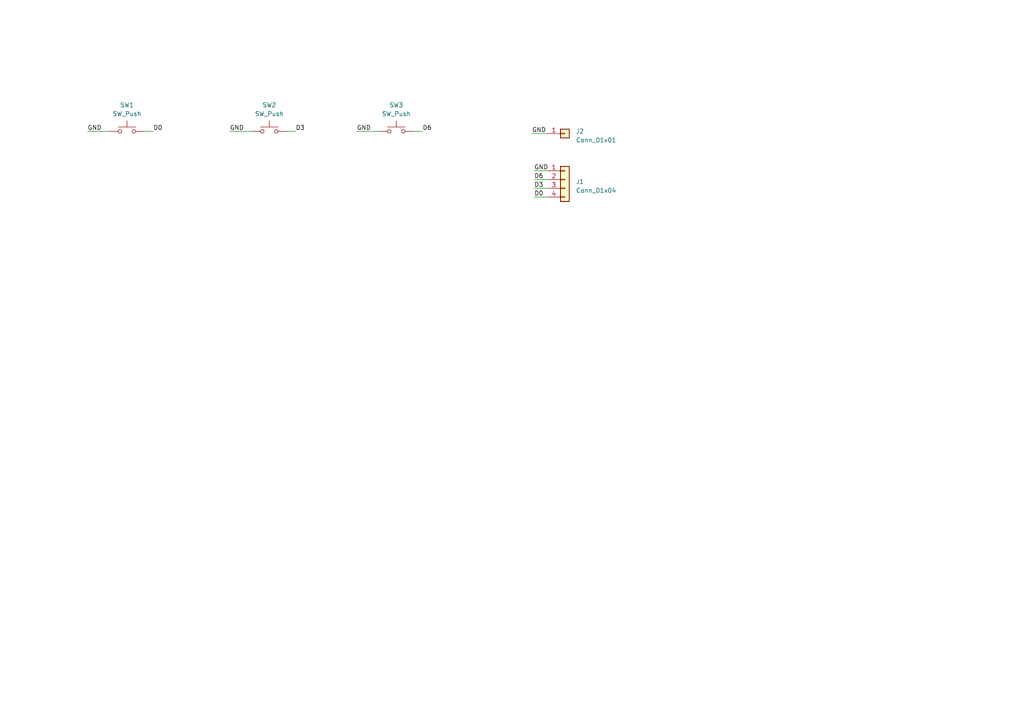
<source format=kicad_sch>
(kicad_sch (version 20230121) (generator eeschema)
  (paper "A4")
  (lib_symbols
    (symbol "Connector_Generic:Conn_01x01" (pin_names (offset 1.016) hide)
      (property "Reference" "J" (at 0 2.54 0))
      (property "Value" "Conn_01x01" (at 0 -2.54 0))
      (symbol "Conn_01x01_1_1"
        (rectangle (start -1.27 0.127) (end 0 -0.127) (stroke (width 0.1524)))
        (rectangle (start -1.27 1.27) (end 1.27 -1.27) (stroke (width 0.254)) (fill (type background)))
        (pin passive line (at -5.08 0 0) (length 3.81) (name "Pin_1") (number "1"))
      )
    )
    (symbol "Connector_Generic:Conn_01x04" (pin_names (offset 1.016) hide)
      (property "Reference" "J" (at 0 5.08 0))
      (property "Value" "Conn_01x04" (at 0 -7.62 0))
      (symbol "Conn_01x04_1_1"
        (rectangle (start -1.27 -4.953) (end 0 -5.207) (stroke (width 0.1524)))
        (rectangle (start -1.27 -2.413) (end 0 -2.667) (stroke (width 0.1524)))
        (rectangle (start -1.27 0.127) (end 0 -0.127) (stroke (width 0.1524)))
        (rectangle (start -1.27 2.667) (end 0 2.413) (stroke (width 0.1524)))
        (rectangle (start -1.27 3.81) (end 1.27 -6.35) (stroke (width 0.254)) (fill (type background)))
        (pin passive line (at -5.08 2.54 0) (length 3.81) (name "Pin_1") (number "1"))
        (pin passive line (at -5.08 0 0) (length 3.81) (name "Pin_2") (number "2"))
        (pin passive line (at -5.08 -2.54 0) (length 3.81) (name "Pin_3") (number "3"))
        (pin passive line (at -5.08 -5.08 0) (length 3.81) (name "Pin_4") (number "4"))
      )
    )
    (symbol "Switch:SW_Push" (pin_numbers hide) (pin_names (offset 1.016) hide)
      (property "Reference" "SW" (at 1.27 2.54 0))
      (property "Value" "SW_Push" (at 0 -1.524 0))
      (symbol "SW_Push_0_1"
        (circle (center -2.032 0) (radius 0.508))
        (polyline (pts (xy 0 1.27) (xy 0 3.048)))
        (polyline (pts (xy 2.54 1.27) (xy -2.54 1.27)))
        (circle (center 2.032 0) (radius 0.508))
        (pin passive line (at -5.08 0 0) (length 2.54) (name "1") (number "1"))
        (pin passive line (at 5.08 0 180) (length 2.54) (name "2") (number "2"))
      )
    )
  )
  (wire (pts (xy 154.94 54.61) (xy 158.75 54.61)))
  (wire (pts (xy 122.555 38.1) (xy 120.015 38.1)))
  (wire (pts (xy 154.94 57.15) (xy 158.75 57.15)))
  (wire (pts (xy 44.45 38.1) (xy 41.91 38.1)))
  (wire (pts (xy 103.505 38.1) (xy 109.855 38.1)))
  (wire (pts (xy 25.4 38.1) (xy 31.75 38.1)))
  (wire (pts (xy 66.675 38.1) (xy 73.025 38.1)))
  (wire (pts (xy 154.94 49.53) (xy 158.75 49.53)))
  (wire (pts (xy 154.305 38.735) (xy 158.75 38.735)))
  (wire (pts (xy 85.725 38.1) (xy 83.185 38.1)))
  (wire (pts (xy 154.94 52.07) (xy 158.75 52.07)))
  (label "D0" (at 154.94 57.15 0))
  (label "D0" (at 44.45 38.1 0))
  (label "GND" (at 154.94 49.53 0))
  (label "GND" (at 154.305 38.735 0))
  (label "GND" (at 66.675 38.1 0))
  (label "GND" (at 103.505 38.1 0))
  (label "D6" (at 122.555 38.1 0))
  (label "D3" (at 154.94 54.61 0))
  (label "D3" (at 85.725 38.1 0))
  (label "GND" (at 25.4 38.1 0))
  (label "D6" (at 154.94 52.07 0))
  (symbol (lib_id "Switch:SW_Push") (at 78.105 38.1 0) (unit 1)
    (property "Reference" "SW2" (at 78.105 30.48 0))
    (property "Value" "SW_Push" (at 78.105 33.02 0))
    (property "Footprint" "Design:Button" (effects hide))
    (property "Datasheet" "https://datasheet.lcsc.com/lcsc/2210210930_BIWIN-TR12S_C5141768.pdf" (effects hide))
    (property "LCSC#" "C5141768" (effects hide))
    (property "Proveedor" "LCSC" (effects hide))
  )
  (symbol (lib_id "Connector_Generic:Conn_01x04") (at 163.83 52.07 0) (unit 1)
    (property "Reference" "J1" (at 167.005 52.705 0) (effects (justify left)))
    (property "Value" "Conn_01x04" (at 167.005 55.245 0) (effects (justify left)))
    (property "Footprint" "Connector_PinHeader_2.54mm:PinHeader_1x04_P2.54mm_Vertical" (effects hide))
  )
  (symbol (lib_id "Switch:SW_Push") (at 36.83 38.1 0) (unit 1)
    (property "Reference" "SW1" (at 36.83 30.48 0))
    (property "Value" "SW_Push" (at 36.83 33.02 0))
    (property "Footprint" "Design:Button" (effects hide))
    (property "Datasheet" "https://datasheet.lcsc.com/lcsc/2210210930_BIWIN-TR12S_C5141768.pdf" (effects hide))
    (property "LCSC#" "C5141768" (effects hide))
    (property "Proveedor" "LCSC" (effects hide))
  )
  (symbol (lib_id "Switch:SW_Push") (at 114.935 38.1 0) (unit 1)
    (property "Reference" "SW3" (at 114.935 30.48 0))
    (property "Value" "SW_Push" (at 114.935 33.02 0))
    (property "Footprint" "Design:Button" (effects hide))
    (property "Datasheet" "https://datasheet.lcsc.com/lcsc/2210210930_BIWIN-TR12S_C5141768.pdf" (effects hide))
    (property "LCSC#" "C5141768" (effects hide))
    (property "Proveedor" "LCSC" (effects hide))
  )
  (symbol (lib_id "Connector_Generic:Conn_01x01") (at 163.83 38.735 0) (unit 1)
    (property "Reference" "J2" (at 167.005 38.1 0) (effects (justify left)))
    (property "Value" "Conn_01x01" (at 167.005 40.64 0) (effects (justify left)))
    (property "Footprint" "Connector_PinHeader_2.54mm:PinHeader_1x01_P2.54mm_Vertical" (effects hide))
  )
)
</source>
